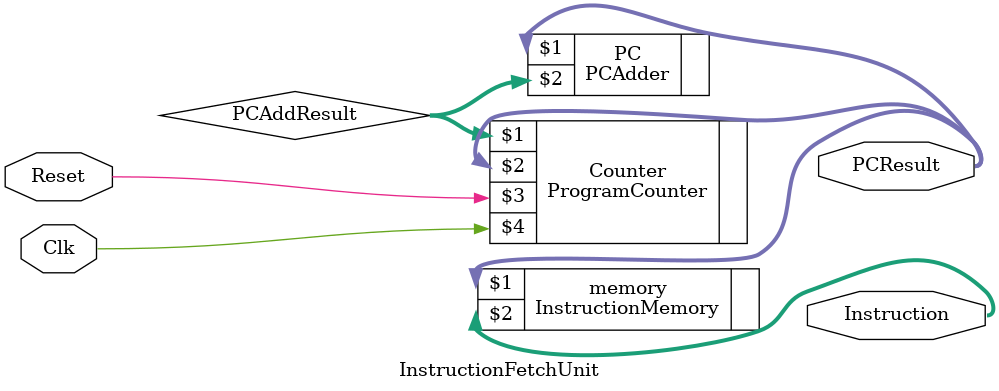
<source format=v>
`timescale 1ns / 1ps


module InstructionFetchUnit(Instruction, PCResult, Reset, Clk);
    input Reset, Clk; 
    output [31:0]PCResult;
    output [31:0]Instruction; 
    wire [31:0] PCAddResult;
    InstructionMemory memory(PCResult, Instruction);
    PCAdder PC(PCResult, PCAddResult);
    ProgramCounter Counter(PCAddResult, PCResult, Reset, Clk);
    
    
    /* Please fill in the implementation here... */
endmodule


</source>
